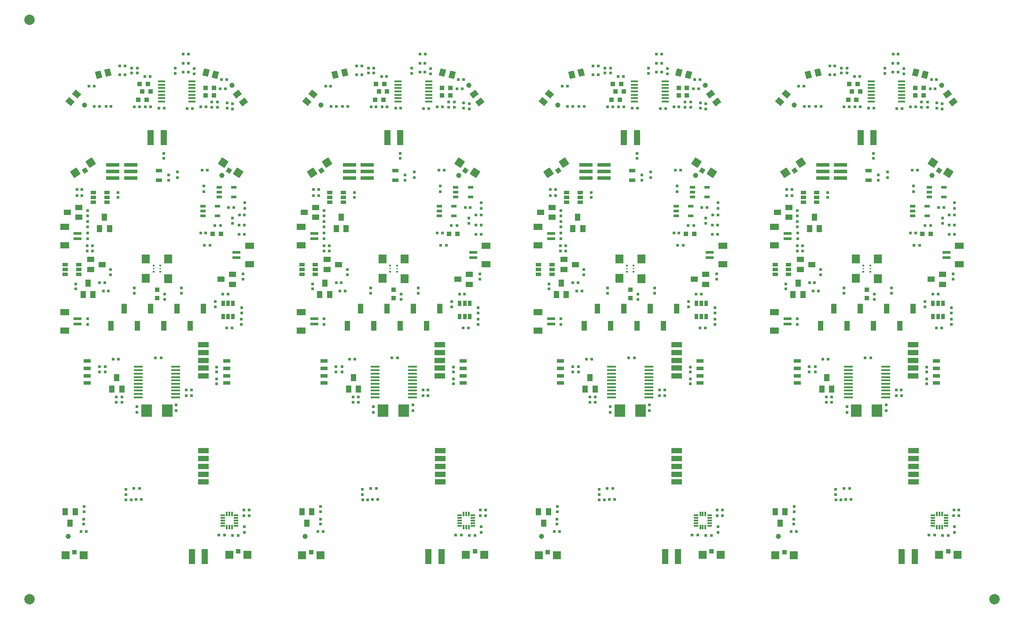
<source format=gtp>
G04*
G04 #@! TF.GenerationSoftware,Altium Limited,Altium Designer,18.0.9 (584)*
G04*
G04 Layer_Color=8421504*
%FSLAX44Y44*%
%MOMM*%
G71*
G01*
G75*
%ADD11C,2.0000*%
%ADD12R,2.0000X1.0190*%
%ADD13R,2.0000X2.4000*%
%ADD14R,0.9000X0.9000*%
%ADD15R,0.6000X0.6000*%
%ADD16R,0.6000X0.6000*%
%ADD17R,0.9000X0.9000*%
%ADD18P,2.1213X4X192.3*%
%ADD19P,1.2728X4X192.3*%
%ADD20P,1.2728X4X257.7*%
%ADD21P,2.1213X4X257.7*%
%ADD22R,1.2000X3.0000*%
%ADD23R,1.5000X1.7500*%
%ADD24R,1.5000X1.5000*%
%ADD25R,0.4000X0.4000*%
%ADD26R,0.4000X0.2000*%
%ADD27R,2.5500X0.7000*%
%ADD29R,1.0000X1.4000*%
%ADD30R,0.6000X0.5000*%
%ADD31R,1.3000X0.7000*%
%ADD32R,0.5000X0.6000*%
%ADD33R,1.1000X0.6000*%
%ADD34R,0.8130X0.3050*%
%ADD35R,0.3050X0.8130*%
%ADD36R,1.0000X0.7000*%
%ADD37R,0.7000X1.0000*%
%ADD38R,1.7500X0.4500*%
%ADD39R,1.4000X0.8000*%
%ADD40C,1.0000*%
%ADD41R,1.4000X1.0000*%
%ADD42R,1.5500X0.6000*%
%ADD43R,1.8000X1.2000*%
G04:AMPARAMS|DCode=51|XSize=1.1mm|YSize=1.4mm|CornerRadius=0mm|HoleSize=0mm|Usage=FLASHONLY|Rotation=165.000|XOffset=0mm|YOffset=0mm|HoleType=Round|Shape=Rectangle|*
%AMROTATEDRECTD51*
4,1,4,0.7124,0.5338,0.3501,-0.8185,-0.7124,-0.5338,-0.3501,0.8185,0.7124,0.5338,0.0*
%
%ADD51ROTATEDRECTD51*%

G04:AMPARAMS|DCode=52|XSize=1.1mm|YSize=1.4mm|CornerRadius=0mm|HoleSize=0mm|Usage=FLASHONLY|Rotation=127.000|XOffset=0mm|YOffset=0mm|HoleType=Round|Shape=Rectangle|*
%AMROTATEDRECTD52*
4,1,4,0.8900,-0.0180,-0.2281,-0.8605,-0.8900,0.0180,0.2281,0.8605,0.8900,-0.0180,0.0*
%
%ADD52ROTATEDRECTD52*%

G04:AMPARAMS|DCode=53|XSize=1.1mm|YSize=1.4mm|CornerRadius=0mm|HoleSize=0mm|Usage=FLASHONLY|Rotation=195.000|XOffset=0mm|YOffset=0mm|HoleType=Round|Shape=Rectangle|*
%AMROTATEDRECTD53*
4,1,4,0.3501,0.8185,0.7124,-0.5338,-0.3501,-0.8185,-0.7124,0.5338,0.3501,0.8185,0.0*
%
%ADD53ROTATEDRECTD53*%

G04:AMPARAMS|DCode=54|XSize=1.1mm|YSize=1.4mm|CornerRadius=0mm|HoleSize=0mm|Usage=FLASHONLY|Rotation=230.000|XOffset=0mm|YOffset=0mm|HoleType=Round|Shape=Rectangle|*
%AMROTATEDRECTD54*
4,1,4,-0.1827,0.8713,0.8898,-0.0286,0.1827,-0.8713,-0.8898,0.0286,-0.1827,0.8713,0.0*
%
%ADD54ROTATEDRECTD54*%

%ADD55R,1.4500X0.4500*%
%ADD88R,1.0000X1.9101*%
D11*
X70000Y70000D02*
D03*
Y1185250D02*
D03*
X1925430Y70000D02*
D03*
D12*
X403893Y559691D02*
D03*
Y544691D02*
D03*
Y529691D02*
D03*
Y514691D02*
D03*
Y499691D02*
D03*
X404501Y295489D02*
D03*
Y310489D02*
D03*
Y325489D02*
D03*
Y340489D02*
D03*
Y355489D02*
D03*
X859000Y559691D02*
D03*
Y544691D02*
D03*
Y529691D02*
D03*
Y514691D02*
D03*
Y499691D02*
D03*
X859608Y295489D02*
D03*
Y310489D02*
D03*
Y325489D02*
D03*
Y340489D02*
D03*
Y355489D02*
D03*
X1314107Y559691D02*
D03*
Y544691D02*
D03*
Y529691D02*
D03*
Y514691D02*
D03*
Y499691D02*
D03*
X1314716Y295489D02*
D03*
Y310489D02*
D03*
Y325489D02*
D03*
Y340489D02*
D03*
Y355489D02*
D03*
X1769215Y559691D02*
D03*
Y544691D02*
D03*
Y529691D02*
D03*
Y514691D02*
D03*
Y499691D02*
D03*
X1769823Y295489D02*
D03*
Y310489D02*
D03*
Y325489D02*
D03*
Y340489D02*
D03*
Y355489D02*
D03*
D13*
X294649Y432852D02*
D03*
X334649D02*
D03*
X749757D02*
D03*
X789757D02*
D03*
X1204864D02*
D03*
X1244864D02*
D03*
X1659972D02*
D03*
X1699972D02*
D03*
D14*
X314993Y665607D02*
D03*
Y649607D02*
D03*
X770100Y665607D02*
D03*
Y649607D02*
D03*
X1225207Y665607D02*
D03*
Y649607D02*
D03*
X1680315Y665607D02*
D03*
Y649607D02*
D03*
D15*
X276385Y429578D02*
D03*
Y440578D02*
D03*
X352077Y443548D02*
D03*
Y432548D02*
D03*
X354305Y892448D02*
D03*
Y881448D02*
D03*
X483395Y198249D02*
D03*
Y209249D02*
D03*
X181201Y610060D02*
D03*
Y599060D02*
D03*
X181551Y775200D02*
D03*
Y764200D02*
D03*
X404801Y865450D02*
D03*
Y854450D02*
D03*
X483751Y822250D02*
D03*
Y833250D02*
D03*
X731492Y429578D02*
D03*
Y440578D02*
D03*
X807184Y443548D02*
D03*
Y432548D02*
D03*
X809412Y892448D02*
D03*
Y881448D02*
D03*
X938502Y198249D02*
D03*
Y209249D02*
D03*
X636308Y610060D02*
D03*
Y599060D02*
D03*
X636658Y775200D02*
D03*
Y764200D02*
D03*
X859908Y865450D02*
D03*
Y854450D02*
D03*
X938858Y822250D02*
D03*
Y833250D02*
D03*
X1186600Y429578D02*
D03*
Y440578D02*
D03*
X1262292Y443548D02*
D03*
Y432548D02*
D03*
X1264520Y892448D02*
D03*
Y881448D02*
D03*
X1393609Y198249D02*
D03*
Y209249D02*
D03*
X1091416Y610060D02*
D03*
Y599060D02*
D03*
X1091766Y775200D02*
D03*
Y764200D02*
D03*
X1315016Y865450D02*
D03*
Y854450D02*
D03*
X1393966Y822250D02*
D03*
Y833250D02*
D03*
X1641707Y429578D02*
D03*
Y440578D02*
D03*
X1717399Y443548D02*
D03*
Y432548D02*
D03*
X1719627Y892448D02*
D03*
Y881448D02*
D03*
X1848717Y198249D02*
D03*
Y209249D02*
D03*
X1546523Y610060D02*
D03*
Y599060D02*
D03*
X1546873Y775200D02*
D03*
Y764200D02*
D03*
X1770123Y865450D02*
D03*
Y854450D02*
D03*
X1849073Y822250D02*
D03*
Y833250D02*
D03*
D16*
X471483Y192648D02*
D03*
X460483D02*
D03*
X437251Y789315D02*
D03*
X426250D02*
D03*
X434067Y193410D02*
D03*
X445067D02*
D03*
X416551Y751450D02*
D03*
X405551D02*
D03*
X322639Y534786D02*
D03*
X311639D02*
D03*
X281551Y282700D02*
D03*
X270551D02*
D03*
X926590Y192648D02*
D03*
X915590D02*
D03*
X892358Y789315D02*
D03*
X881358D02*
D03*
X889174Y193410D02*
D03*
X900174D02*
D03*
X871658Y751450D02*
D03*
X860658D02*
D03*
X777746Y534786D02*
D03*
X766746D02*
D03*
X736658Y282700D02*
D03*
X725658D02*
D03*
X1381698Y192648D02*
D03*
X1370698D02*
D03*
X1347465Y789315D02*
D03*
X1336465D02*
D03*
X1344282Y193410D02*
D03*
X1355282D02*
D03*
X1326766Y751450D02*
D03*
X1315766D02*
D03*
X1232854Y534786D02*
D03*
X1221854D02*
D03*
X1191766Y282700D02*
D03*
X1180766D02*
D03*
X1836805Y192648D02*
D03*
X1825805D02*
D03*
X1802573Y789315D02*
D03*
X1791573D02*
D03*
X1799389Y193410D02*
D03*
X1810389D02*
D03*
X1781873Y751450D02*
D03*
X1770873D02*
D03*
X1687961Y534786D02*
D03*
X1676961D02*
D03*
X1646873Y282700D02*
D03*
X1635873D02*
D03*
D17*
X421750Y773315D02*
D03*
X437751D02*
D03*
X156471Y160500D02*
D03*
X471431Y161750D02*
D03*
X876858Y773315D02*
D03*
X892858D02*
D03*
X611578Y160500D02*
D03*
X926538Y161750D02*
D03*
X1331965Y773315D02*
D03*
X1347965D02*
D03*
X1066686Y160500D02*
D03*
X1381646Y161750D02*
D03*
X1787073Y773315D02*
D03*
X1803073D02*
D03*
X1521793Y160500D02*
D03*
X1836753Y161750D02*
D03*
X302750Y1048000D02*
D03*
X286750D02*
D03*
X408250Y1054200D02*
D03*
X424250D02*
D03*
X297500Y1062250D02*
D03*
X281500D02*
D03*
X295250Y1031250D02*
D03*
X279250D02*
D03*
X408250Y1039950D02*
D03*
X424250D02*
D03*
X757749Y1048000D02*
D03*
X741749D02*
D03*
X863249Y1054200D02*
D03*
X879249D02*
D03*
X752499Y1062250D02*
D03*
X736499D02*
D03*
X750249Y1031250D02*
D03*
X734249D02*
D03*
X863249Y1039950D02*
D03*
X879249D02*
D03*
X1212748Y1048000D02*
D03*
X1196748D02*
D03*
X1318248Y1054200D02*
D03*
X1334248D02*
D03*
X1207498Y1062250D02*
D03*
X1191498D02*
D03*
X1205248Y1031250D02*
D03*
X1189248D02*
D03*
X1318248Y1039950D02*
D03*
X1334248D02*
D03*
X1667748Y1048000D02*
D03*
X1651748D02*
D03*
X1773247Y1054200D02*
D03*
X1789247D02*
D03*
X1662498Y1062250D02*
D03*
X1646498D02*
D03*
X1660248Y1031250D02*
D03*
X1644248D02*
D03*
X1773247Y1039950D02*
D03*
X1789247D02*
D03*
D18*
X471551Y891321D02*
D03*
X442085Y910209D02*
D03*
X926658Y891321D02*
D03*
X897192Y910209D02*
D03*
X1381766Y891321D02*
D03*
X1352300Y910209D02*
D03*
X1836873Y891321D02*
D03*
X1807407Y910209D02*
D03*
D19*
X453310Y895293D02*
D03*
X908418D02*
D03*
X1363525D02*
D03*
X1818632D02*
D03*
D20*
X176253Y895274D02*
D03*
X631360D02*
D03*
X1086468D02*
D03*
X1541575D02*
D03*
D21*
X158012Y891302D02*
D03*
X187478Y910190D02*
D03*
X613119Y891302D02*
D03*
X642586Y910190D02*
D03*
X1068227Y891302D02*
D03*
X1097693Y910190D02*
D03*
X1523334Y891302D02*
D03*
X1552800Y910190D02*
D03*
D22*
X407051Y152200D02*
D03*
X382051D02*
D03*
X302691Y958730D02*
D03*
X327691D02*
D03*
X862158Y152200D02*
D03*
X837158D02*
D03*
X757798Y958730D02*
D03*
X782798D02*
D03*
X1317266Y152200D02*
D03*
X1292266D02*
D03*
X1212906Y958730D02*
D03*
X1237906D02*
D03*
X1772373Y152200D02*
D03*
X1747373D02*
D03*
X1668013Y958730D02*
D03*
X1693013D02*
D03*
D23*
X336273Y724802D02*
D03*
Y687302D02*
D03*
X293773Y725052D02*
D03*
Y687552D02*
D03*
X791380Y724802D02*
D03*
Y687302D02*
D03*
X748880Y725052D02*
D03*
Y687552D02*
D03*
X1246488Y724802D02*
D03*
Y687302D02*
D03*
X1203988Y725052D02*
D03*
Y687552D02*
D03*
X1701595Y724802D02*
D03*
Y687302D02*
D03*
X1659095Y725052D02*
D03*
Y687552D02*
D03*
D24*
X138971Y154000D02*
D03*
X173971D02*
D03*
X488931Y155250D02*
D03*
X453931D02*
D03*
X594078Y154000D02*
D03*
X629078D02*
D03*
X944038Y155250D02*
D03*
X909038D02*
D03*
X1049186Y154000D02*
D03*
X1084186D02*
D03*
X1399146Y155250D02*
D03*
X1364146D02*
D03*
X1504293Y154000D02*
D03*
X1539293D02*
D03*
X1854253Y155250D02*
D03*
X1819253D02*
D03*
D25*
X321389Y700184D02*
D03*
Y712184D02*
D03*
X308389D02*
D03*
Y700184D02*
D03*
X776496D02*
D03*
Y712184D02*
D03*
X763496D02*
D03*
Y700184D02*
D03*
X1231604D02*
D03*
Y712184D02*
D03*
X1218604D02*
D03*
Y700184D02*
D03*
X1686711D02*
D03*
Y712184D02*
D03*
X1673711D02*
D03*
Y700184D02*
D03*
D26*
X321389Y706184D02*
D03*
X308389D02*
D03*
X776496D02*
D03*
X763496D02*
D03*
X1231604D02*
D03*
X1218604D02*
D03*
X1686711D02*
D03*
X1673711D02*
D03*
D27*
X264463Y906252D02*
D03*
Y893552D02*
D03*
Y880852D02*
D03*
X229963Y906252D02*
D03*
Y893552D02*
D03*
Y880852D02*
D03*
X719570Y906252D02*
D03*
Y893552D02*
D03*
Y880852D02*
D03*
X685070Y906252D02*
D03*
Y893552D02*
D03*
Y880852D02*
D03*
X1174678Y906252D02*
D03*
Y893552D02*
D03*
Y880852D02*
D03*
X1140178Y906252D02*
D03*
Y893552D02*
D03*
Y880852D02*
D03*
X1629785Y906252D02*
D03*
Y893552D02*
D03*
Y880852D02*
D03*
X1595285Y906252D02*
D03*
Y893552D02*
D03*
Y880852D02*
D03*
D29*
X138615Y237964D02*
D03*
X157615D02*
D03*
X148115Y215964D02*
D03*
X247301Y474450D02*
D03*
X228301D02*
D03*
X237801Y496450D02*
D03*
X192051Y656450D02*
D03*
X173051D02*
D03*
X182551Y678450D02*
D03*
X223551Y783700D02*
D03*
X204551D02*
D03*
X214051Y805700D02*
D03*
X593722Y237964D02*
D03*
X612722D02*
D03*
X603222Y215964D02*
D03*
X702408Y474450D02*
D03*
X683408D02*
D03*
X692908Y496450D02*
D03*
X647158Y656450D02*
D03*
X628158D02*
D03*
X637658Y678450D02*
D03*
X678658Y783700D02*
D03*
X659658D02*
D03*
X669158Y805700D02*
D03*
X1048830Y237964D02*
D03*
X1067830D02*
D03*
X1058330Y215964D02*
D03*
X1157516Y474450D02*
D03*
X1138516D02*
D03*
X1148016Y496450D02*
D03*
X1102266Y656450D02*
D03*
X1083266D02*
D03*
X1092766Y678450D02*
D03*
X1133766Y783700D02*
D03*
X1114766D02*
D03*
X1124266Y805700D02*
D03*
X1503937Y237964D02*
D03*
X1522937D02*
D03*
X1513437Y215964D02*
D03*
X1612623Y474450D02*
D03*
X1593623D02*
D03*
X1603123Y496450D02*
D03*
X1557373Y656450D02*
D03*
X1538373D02*
D03*
X1547873Y678450D02*
D03*
X1588873Y783700D02*
D03*
X1569873D02*
D03*
X1579373Y805700D02*
D03*
D30*
X329470Y647481D02*
D03*
Y657481D02*
D03*
X337033Y886354D02*
D03*
Y876354D02*
D03*
X362001Y659000D02*
D03*
Y669000D02*
D03*
X271251Y659000D02*
D03*
Y669000D02*
D03*
X327751Y918565D02*
D03*
Y928565D02*
D03*
X174091Y214152D02*
D03*
Y224152D02*
D03*
X174751Y248000D02*
D03*
Y238000D02*
D03*
X460095Y793874D02*
D03*
Y803874D02*
D03*
X204251Y507565D02*
D03*
Y517565D02*
D03*
X215751Y507565D02*
D03*
Y517565D02*
D03*
X237023Y449302D02*
D03*
Y459302D02*
D03*
X247273Y449302D02*
D03*
Y459302D02*
D03*
X430055Y507113D02*
D03*
Y517113D02*
D03*
X430051Y484200D02*
D03*
Y494200D02*
D03*
X239877Y853150D02*
D03*
Y843150D02*
D03*
X159037Y677039D02*
D03*
Y667039D02*
D03*
X225859Y704586D02*
D03*
Y694586D02*
D03*
X181051Y750200D02*
D03*
Y740200D02*
D03*
X191250Y750315D02*
D03*
Y740315D02*
D03*
X181500Y808315D02*
D03*
Y818315D02*
D03*
Y796815D02*
D03*
Y786815D02*
D03*
X480881Y686076D02*
D03*
Y696076D02*
D03*
X255075Y271548D02*
D03*
Y281548D02*
D03*
X477579Y620638D02*
D03*
Y630638D02*
D03*
X427051Y632700D02*
D03*
Y642700D02*
D03*
X477501Y609250D02*
D03*
Y599250D02*
D03*
X784578Y647481D02*
D03*
Y657481D02*
D03*
X792140Y886354D02*
D03*
Y876354D02*
D03*
X817108Y659000D02*
D03*
Y669000D02*
D03*
X726358Y659000D02*
D03*
Y669000D02*
D03*
X782858Y918565D02*
D03*
Y928565D02*
D03*
X629198Y214152D02*
D03*
Y224152D02*
D03*
X629858Y248000D02*
D03*
Y238000D02*
D03*
X915202Y793874D02*
D03*
Y803874D02*
D03*
X659358Y507565D02*
D03*
Y517565D02*
D03*
X670858Y507565D02*
D03*
Y517565D02*
D03*
X692130Y449302D02*
D03*
Y459302D02*
D03*
X702380Y449302D02*
D03*
Y459302D02*
D03*
X885162Y507113D02*
D03*
Y517113D02*
D03*
X885158Y484200D02*
D03*
Y494200D02*
D03*
X694984Y853150D02*
D03*
Y843150D02*
D03*
X614144Y677039D02*
D03*
Y667039D02*
D03*
X680966Y704586D02*
D03*
Y694586D02*
D03*
X636158Y750200D02*
D03*
Y740200D02*
D03*
X646358Y750315D02*
D03*
Y740315D02*
D03*
X636608Y808315D02*
D03*
Y818315D02*
D03*
Y796815D02*
D03*
Y786815D02*
D03*
X935988Y686076D02*
D03*
Y696076D02*
D03*
X710182Y271548D02*
D03*
Y281548D02*
D03*
X932686Y620638D02*
D03*
Y630638D02*
D03*
X882158Y632700D02*
D03*
Y642700D02*
D03*
X932608Y609250D02*
D03*
Y599250D02*
D03*
X1239685Y647481D02*
D03*
Y657481D02*
D03*
X1247248Y886354D02*
D03*
Y876354D02*
D03*
X1272216Y659000D02*
D03*
Y669000D02*
D03*
X1181466Y659000D02*
D03*
Y669000D02*
D03*
X1237965Y918565D02*
D03*
Y928565D02*
D03*
X1084306Y214152D02*
D03*
Y224152D02*
D03*
X1084966Y248000D02*
D03*
Y238000D02*
D03*
X1370310Y793874D02*
D03*
Y803874D02*
D03*
X1114465Y507565D02*
D03*
Y517565D02*
D03*
X1125965Y507565D02*
D03*
Y517565D02*
D03*
X1147238Y449302D02*
D03*
Y459302D02*
D03*
X1157488Y449302D02*
D03*
Y459302D02*
D03*
X1340269Y507113D02*
D03*
Y517113D02*
D03*
X1340266Y484200D02*
D03*
Y494200D02*
D03*
X1150092Y853150D02*
D03*
Y843150D02*
D03*
X1069251Y677039D02*
D03*
Y667039D02*
D03*
X1136074Y704586D02*
D03*
Y694586D02*
D03*
X1091266Y750200D02*
D03*
Y740200D02*
D03*
X1101465Y750315D02*
D03*
Y740315D02*
D03*
X1091715Y808315D02*
D03*
Y818315D02*
D03*
Y796815D02*
D03*
Y786815D02*
D03*
X1391096Y686076D02*
D03*
Y696076D02*
D03*
X1165290Y271548D02*
D03*
Y281548D02*
D03*
X1387794Y620638D02*
D03*
Y630638D02*
D03*
X1337266Y632700D02*
D03*
Y642700D02*
D03*
X1387716Y609250D02*
D03*
Y599250D02*
D03*
X1694793Y647481D02*
D03*
Y657481D02*
D03*
X1702355Y886354D02*
D03*
Y876354D02*
D03*
X1727323Y659000D02*
D03*
Y669000D02*
D03*
X1636573Y659000D02*
D03*
Y669000D02*
D03*
X1693073Y918565D02*
D03*
Y928565D02*
D03*
X1539413Y214152D02*
D03*
Y224152D02*
D03*
X1540073Y248000D02*
D03*
Y238000D02*
D03*
X1825417Y793874D02*
D03*
Y803874D02*
D03*
X1569573Y507565D02*
D03*
Y517565D02*
D03*
X1581073Y507565D02*
D03*
Y517565D02*
D03*
X1602345Y449302D02*
D03*
Y459302D02*
D03*
X1612595Y449302D02*
D03*
Y459302D02*
D03*
X1795377Y507113D02*
D03*
Y517113D02*
D03*
X1795373Y484200D02*
D03*
Y494200D02*
D03*
X1605199Y853150D02*
D03*
Y843150D02*
D03*
X1524359Y677039D02*
D03*
Y667039D02*
D03*
X1591181Y704586D02*
D03*
Y694586D02*
D03*
X1546373Y750200D02*
D03*
Y740200D02*
D03*
X1556573Y750315D02*
D03*
Y740315D02*
D03*
X1546823Y808315D02*
D03*
Y818315D02*
D03*
Y796815D02*
D03*
Y786815D02*
D03*
X1846203Y686076D02*
D03*
Y696076D02*
D03*
X1620397Y271548D02*
D03*
Y281548D02*
D03*
X1842901Y620638D02*
D03*
Y630638D02*
D03*
X1792373Y632700D02*
D03*
Y642700D02*
D03*
X1842823Y609250D02*
D03*
Y599250D02*
D03*
X460250Y1013500D02*
D03*
Y1023500D02*
D03*
X449750Y1015250D02*
D03*
Y1025250D02*
D03*
X431750Y1027000D02*
D03*
Y1017000D02*
D03*
X420500Y1027000D02*
D03*
Y1017000D02*
D03*
X277250Y1092750D02*
D03*
Y1082750D02*
D03*
X386500Y1091500D02*
D03*
Y1081500D02*
D03*
X266500Y1092750D02*
D03*
Y1082750D02*
D03*
X350000Y1092500D02*
D03*
Y1082500D02*
D03*
X915249Y1013500D02*
D03*
Y1023500D02*
D03*
X904749Y1015250D02*
D03*
Y1025250D02*
D03*
X886749Y1027000D02*
D03*
Y1017000D02*
D03*
X875499Y1027000D02*
D03*
Y1017000D02*
D03*
X732249Y1092750D02*
D03*
Y1082750D02*
D03*
X841499Y1091500D02*
D03*
Y1081500D02*
D03*
X721499Y1092750D02*
D03*
Y1082750D02*
D03*
X804999Y1092500D02*
D03*
Y1082500D02*
D03*
X1370248Y1013500D02*
D03*
Y1023500D02*
D03*
X1359748Y1015250D02*
D03*
Y1025250D02*
D03*
X1341748Y1027000D02*
D03*
Y1017000D02*
D03*
X1330498Y1027000D02*
D03*
Y1017000D02*
D03*
X1187248Y1092750D02*
D03*
Y1082750D02*
D03*
X1296498Y1091500D02*
D03*
Y1081500D02*
D03*
X1176498Y1092750D02*
D03*
Y1082750D02*
D03*
X1259998Y1092500D02*
D03*
Y1082500D02*
D03*
X1825248Y1013500D02*
D03*
Y1023500D02*
D03*
X1814748Y1015250D02*
D03*
Y1025250D02*
D03*
X1796748Y1027000D02*
D03*
Y1017000D02*
D03*
X1785498Y1027000D02*
D03*
Y1017000D02*
D03*
X1642248Y1092750D02*
D03*
Y1082750D02*
D03*
X1751498Y1091500D02*
D03*
Y1081500D02*
D03*
X1631498Y1092750D02*
D03*
Y1082750D02*
D03*
X1714998Y1092500D02*
D03*
Y1082500D02*
D03*
D31*
X318551Y876450D02*
D03*
Y895450D02*
D03*
X773658Y876450D02*
D03*
Y895450D02*
D03*
X1228766Y876450D02*
D03*
Y895450D02*
D03*
X1683873Y876450D02*
D03*
Y895450D02*
D03*
D32*
X169171Y199768D02*
D03*
X179171D02*
D03*
X371381Y461836D02*
D03*
X381381D02*
D03*
X371287Y472504D02*
D03*
X381287D02*
D03*
X483395Y809373D02*
D03*
X473395D02*
D03*
X482057Y230240D02*
D03*
X492057D02*
D03*
X482124Y241937D02*
D03*
X492124D02*
D03*
X398801Y774700D02*
D03*
X408801D02*
D03*
X483140Y790577D02*
D03*
X473140D02*
D03*
X230501Y531815D02*
D03*
X240501D02*
D03*
X211801Y662950D02*
D03*
X221801D02*
D03*
X161000Y858565D02*
D03*
X171000D02*
D03*
Y847065D02*
D03*
X161000D02*
D03*
X214501Y679315D02*
D03*
X204501D02*
D03*
X462660Y824359D02*
D03*
X452660D02*
D03*
X412051Y895950D02*
D03*
X402051D02*
D03*
X441645Y657481D02*
D03*
X451645D02*
D03*
X483140Y772035D02*
D03*
X473140D02*
D03*
X284627Y261516D02*
D03*
X274627D02*
D03*
X255329Y261482D02*
D03*
X265329D02*
D03*
X459011Y591949D02*
D03*
X449011D02*
D03*
X624278Y199768D02*
D03*
X634278D02*
D03*
X826488Y461836D02*
D03*
X836488D02*
D03*
X826394Y472504D02*
D03*
X836394D02*
D03*
X938502Y809373D02*
D03*
X928502D02*
D03*
X937164Y230240D02*
D03*
X947164D02*
D03*
X937232Y241937D02*
D03*
X947232D02*
D03*
X853908Y774700D02*
D03*
X863908D02*
D03*
X938248Y790577D02*
D03*
X928248D02*
D03*
X685608Y531815D02*
D03*
X695608D02*
D03*
X666908Y662950D02*
D03*
X676908D02*
D03*
X616108Y858565D02*
D03*
X626108D02*
D03*
Y847065D02*
D03*
X616108D02*
D03*
X669608Y679315D02*
D03*
X659608D02*
D03*
X917768Y824359D02*
D03*
X907768D02*
D03*
X867158Y895950D02*
D03*
X857158D02*
D03*
X896752Y657481D02*
D03*
X906752D02*
D03*
X938248Y772035D02*
D03*
X928248D02*
D03*
X739734Y261516D02*
D03*
X729734D02*
D03*
X710436Y261482D02*
D03*
X720436D02*
D03*
X914118Y591949D02*
D03*
X904118D02*
D03*
X1079386Y199768D02*
D03*
X1089386D02*
D03*
X1281596Y461836D02*
D03*
X1291596D02*
D03*
X1281502Y472504D02*
D03*
X1291502D02*
D03*
X1393609Y809373D02*
D03*
X1383609D02*
D03*
X1392272Y230240D02*
D03*
X1402272D02*
D03*
X1392339Y241937D02*
D03*
X1402339D02*
D03*
X1309016Y774700D02*
D03*
X1319016D02*
D03*
X1393355Y790577D02*
D03*
X1383355D02*
D03*
X1140715Y531815D02*
D03*
X1150715D02*
D03*
X1122016Y662950D02*
D03*
X1132016D02*
D03*
X1071215Y858565D02*
D03*
X1081215D02*
D03*
Y847065D02*
D03*
X1071215D02*
D03*
X1124715Y679315D02*
D03*
X1114715D02*
D03*
X1372875Y824359D02*
D03*
X1362875D02*
D03*
X1322266Y895950D02*
D03*
X1312266D02*
D03*
X1351859Y657481D02*
D03*
X1361859D02*
D03*
X1393355Y772035D02*
D03*
X1383355D02*
D03*
X1194842Y261516D02*
D03*
X1184842D02*
D03*
X1165544Y261482D02*
D03*
X1175544D02*
D03*
X1369225Y591949D02*
D03*
X1359225D02*
D03*
X1534493Y199768D02*
D03*
X1544493D02*
D03*
X1736703Y461836D02*
D03*
X1746703D02*
D03*
X1736609Y472504D02*
D03*
X1746609D02*
D03*
X1848717Y809373D02*
D03*
X1838717D02*
D03*
X1847379Y230240D02*
D03*
X1857379D02*
D03*
X1847447Y241937D02*
D03*
X1857447D02*
D03*
X1764123Y774700D02*
D03*
X1774123D02*
D03*
X1848463Y790577D02*
D03*
X1838463D02*
D03*
X1595823Y531815D02*
D03*
X1605823D02*
D03*
X1577123Y662950D02*
D03*
X1587123D02*
D03*
X1526323Y858565D02*
D03*
X1536323D02*
D03*
Y847065D02*
D03*
X1526323D02*
D03*
X1579823Y679315D02*
D03*
X1569823D02*
D03*
X1827983Y824359D02*
D03*
X1817983D02*
D03*
X1777373Y895950D02*
D03*
X1767373D02*
D03*
X1806967Y657481D02*
D03*
X1816967D02*
D03*
X1848463Y772035D02*
D03*
X1838463D02*
D03*
X1649949Y261516D02*
D03*
X1639949D02*
D03*
X1620651Y261482D02*
D03*
X1630651D02*
D03*
X1824333Y591949D02*
D03*
X1814333D02*
D03*
X409000Y1018000D02*
D03*
X399000D02*
D03*
X365692Y1119994D02*
D03*
X375692D02*
D03*
X375500Y1085000D02*
D03*
X365500D02*
D03*
Y1102000D02*
D03*
X375500D02*
D03*
X446749Y1052750D02*
D03*
X436749D02*
D03*
X449249Y1070250D02*
D03*
X439249D02*
D03*
X216750Y1018750D02*
D03*
X226750D02*
D03*
X373000Y1014500D02*
D03*
X383000D02*
D03*
X328862Y1015092D02*
D03*
X318862D02*
D03*
X291750Y1076250D02*
D03*
X301750D02*
D03*
X292750Y1018250D02*
D03*
X302750D02*
D03*
X271500D02*
D03*
X281500D02*
D03*
X243750Y1096750D02*
D03*
X253750D02*
D03*
X194656Y1018902D02*
D03*
X204656D02*
D03*
X243750Y1079750D02*
D03*
X253750D02*
D03*
X184250Y1057500D02*
D03*
X194250D02*
D03*
X863999Y1018000D02*
D03*
X853999D02*
D03*
X820691Y1119994D02*
D03*
X830691D02*
D03*
X830499Y1085000D02*
D03*
X820499D02*
D03*
Y1102000D02*
D03*
X830499D02*
D03*
X901748Y1052750D02*
D03*
X891748D02*
D03*
X904248Y1070250D02*
D03*
X894248D02*
D03*
X671749Y1018750D02*
D03*
X681749D02*
D03*
X827999Y1014500D02*
D03*
X837999D02*
D03*
X783861Y1015092D02*
D03*
X773861D02*
D03*
X746749Y1076250D02*
D03*
X756749D02*
D03*
X747749Y1018250D02*
D03*
X757749D02*
D03*
X726499D02*
D03*
X736499D02*
D03*
X698749Y1096750D02*
D03*
X708749D02*
D03*
X649655Y1018902D02*
D03*
X659655D02*
D03*
X698749Y1079750D02*
D03*
X708749D02*
D03*
X639249Y1057500D02*
D03*
X649249D02*
D03*
X1318998Y1018000D02*
D03*
X1308998D02*
D03*
X1275690Y1119994D02*
D03*
X1285690D02*
D03*
X1285498Y1085000D02*
D03*
X1275498D02*
D03*
Y1102000D02*
D03*
X1285498D02*
D03*
X1356748Y1052750D02*
D03*
X1346748D02*
D03*
X1359248Y1070250D02*
D03*
X1349248D02*
D03*
X1126748Y1018750D02*
D03*
X1136748D02*
D03*
X1282998Y1014500D02*
D03*
X1292998D02*
D03*
X1238860Y1015092D02*
D03*
X1228860D02*
D03*
X1201748Y1076250D02*
D03*
X1211748D02*
D03*
X1202748Y1018250D02*
D03*
X1212748D02*
D03*
X1181498D02*
D03*
X1191498D02*
D03*
X1153748Y1096750D02*
D03*
X1163748D02*
D03*
X1104654Y1018902D02*
D03*
X1114654D02*
D03*
X1153748Y1079750D02*
D03*
X1163748D02*
D03*
X1094248Y1057500D02*
D03*
X1104248D02*
D03*
X1773998Y1018000D02*
D03*
X1763998D02*
D03*
X1730689Y1119994D02*
D03*
X1740689D02*
D03*
X1740498Y1085000D02*
D03*
X1730498D02*
D03*
Y1102000D02*
D03*
X1740498D02*
D03*
X1811747Y1052750D02*
D03*
X1801747D02*
D03*
X1814247Y1070250D02*
D03*
X1804247D02*
D03*
X1581748Y1018750D02*
D03*
X1591748D02*
D03*
X1737998Y1014500D02*
D03*
X1747998D02*
D03*
X1693859Y1015092D02*
D03*
X1683859D02*
D03*
X1656748Y1076250D02*
D03*
X1666748D02*
D03*
X1657748Y1018250D02*
D03*
X1667748D02*
D03*
X1636498D02*
D03*
X1646498D02*
D03*
X1608748Y1096750D02*
D03*
X1618748D02*
D03*
X1559653Y1018902D02*
D03*
X1569653D02*
D03*
X1608748Y1079750D02*
D03*
X1618748D02*
D03*
X1549248Y1057500D02*
D03*
X1559248D02*
D03*
D33*
X403051Y826700D02*
D03*
Y817200D02*
D03*
Y807700D02*
D03*
X431051D02*
D03*
Y826700D02*
D03*
X434695Y863064D02*
D03*
Y853564D02*
D03*
Y844064D02*
D03*
X462695D02*
D03*
Y863064D02*
D03*
X858158Y826700D02*
D03*
Y817200D02*
D03*
Y807700D02*
D03*
X886158D02*
D03*
Y826700D02*
D03*
X889802Y863064D02*
D03*
Y853564D02*
D03*
Y844064D02*
D03*
X917802D02*
D03*
Y863064D02*
D03*
X1313266Y826700D02*
D03*
Y817200D02*
D03*
Y807700D02*
D03*
X1341266D02*
D03*
Y826700D02*
D03*
X1344910Y863064D02*
D03*
Y853564D02*
D03*
Y844064D02*
D03*
X1372910D02*
D03*
Y863064D02*
D03*
X1768373Y826700D02*
D03*
Y817200D02*
D03*
Y807700D02*
D03*
X1796373D02*
D03*
Y826700D02*
D03*
X1800017Y863064D02*
D03*
Y853564D02*
D03*
Y844064D02*
D03*
X1828017D02*
D03*
Y863064D02*
D03*
D34*
X467303Y221452D02*
D03*
Y226452D02*
D03*
Y231452D02*
D03*
Y216452D02*
D03*
Y211452D02*
D03*
X441803Y221452D02*
D03*
Y216452D02*
D03*
Y211452D02*
D03*
Y226452D02*
D03*
Y231452D02*
D03*
X922410Y221452D02*
D03*
Y226452D02*
D03*
Y231452D02*
D03*
Y216452D02*
D03*
Y211452D02*
D03*
X896910Y221452D02*
D03*
Y216452D02*
D03*
Y211452D02*
D03*
Y226452D02*
D03*
Y231452D02*
D03*
X1377518Y221452D02*
D03*
Y226452D02*
D03*
Y231452D02*
D03*
Y216452D02*
D03*
Y211452D02*
D03*
X1352018Y221452D02*
D03*
Y216452D02*
D03*
Y211452D02*
D03*
Y226452D02*
D03*
Y231452D02*
D03*
X1832625Y221452D02*
D03*
Y226452D02*
D03*
Y231452D02*
D03*
Y216452D02*
D03*
Y211452D02*
D03*
X1807125Y221452D02*
D03*
Y216452D02*
D03*
Y211452D02*
D03*
Y226452D02*
D03*
Y231452D02*
D03*
D35*
X454553Y208702D02*
D03*
X459553D02*
D03*
X449553D02*
D03*
Y234202D02*
D03*
X459553D02*
D03*
X454553D02*
D03*
X909660Y208702D02*
D03*
X914660D02*
D03*
X904660D02*
D03*
Y234202D02*
D03*
X914660D02*
D03*
X909660D02*
D03*
X1364768Y208702D02*
D03*
X1369768D02*
D03*
X1359768D02*
D03*
Y234202D02*
D03*
X1369768D02*
D03*
X1364768D02*
D03*
X1819875Y208702D02*
D03*
X1824875D02*
D03*
X1814875D02*
D03*
Y234202D02*
D03*
X1824875D02*
D03*
X1819875D02*
D03*
D36*
X218541Y834158D02*
D03*
Y843658D02*
D03*
Y853158D02*
D03*
X192541Y843658D02*
D03*
Y853158D02*
D03*
Y834158D02*
D03*
X138391Y695348D02*
D03*
Y714348D02*
D03*
Y704848D02*
D03*
X164391Y714348D02*
D03*
Y704848D02*
D03*
Y695348D02*
D03*
X673648Y834158D02*
D03*
Y843658D02*
D03*
Y853158D02*
D03*
X647648Y843658D02*
D03*
Y853158D02*
D03*
Y834158D02*
D03*
X593498Y695348D02*
D03*
Y714348D02*
D03*
Y704848D02*
D03*
X619498Y714348D02*
D03*
Y704848D02*
D03*
Y695348D02*
D03*
X1128756Y834158D02*
D03*
Y843658D02*
D03*
Y853158D02*
D03*
X1102756Y843658D02*
D03*
Y853158D02*
D03*
Y834158D02*
D03*
X1048606Y695348D02*
D03*
Y714348D02*
D03*
Y704848D02*
D03*
X1074606Y714348D02*
D03*
Y704848D02*
D03*
Y695348D02*
D03*
X1583863Y834158D02*
D03*
Y843658D02*
D03*
Y853158D02*
D03*
X1557863Y843658D02*
D03*
Y853158D02*
D03*
Y834158D02*
D03*
X1503713Y695348D02*
D03*
Y714348D02*
D03*
Y704848D02*
D03*
X1529713Y714348D02*
D03*
Y704848D02*
D03*
Y695348D02*
D03*
D37*
X461213Y639696D02*
D03*
X451713D02*
D03*
X442213D02*
D03*
X451713Y613696D02*
D03*
X442213D02*
D03*
X461213D02*
D03*
X916320Y639696D02*
D03*
X906820D02*
D03*
X897320D02*
D03*
X906820Y613696D02*
D03*
X897320D02*
D03*
X916320D02*
D03*
X1371428Y639696D02*
D03*
X1361928D02*
D03*
X1352428D02*
D03*
X1361928Y613696D02*
D03*
X1352428D02*
D03*
X1371428D02*
D03*
X1826535Y639696D02*
D03*
X1817035D02*
D03*
X1807535D02*
D03*
X1817035Y613696D02*
D03*
X1807535D02*
D03*
X1826535D02*
D03*
D38*
X351129Y517198D02*
D03*
Y510698D02*
D03*
Y504198D02*
D03*
Y497698D02*
D03*
Y491198D02*
D03*
Y484698D02*
D03*
Y458698D02*
D03*
Y465198D02*
D03*
Y471698D02*
D03*
Y478198D02*
D03*
X279129D02*
D03*
Y471698D02*
D03*
Y465198D02*
D03*
Y458698D02*
D03*
Y484698D02*
D03*
Y491198D02*
D03*
Y497698D02*
D03*
Y504198D02*
D03*
Y510698D02*
D03*
Y517198D02*
D03*
X806236D02*
D03*
Y510698D02*
D03*
Y504198D02*
D03*
Y497698D02*
D03*
Y491198D02*
D03*
Y484698D02*
D03*
Y458698D02*
D03*
Y465198D02*
D03*
Y471698D02*
D03*
Y478198D02*
D03*
X734236D02*
D03*
Y471698D02*
D03*
Y465198D02*
D03*
Y458698D02*
D03*
Y484698D02*
D03*
Y491198D02*
D03*
Y497698D02*
D03*
Y504198D02*
D03*
Y510698D02*
D03*
Y517198D02*
D03*
X1261344D02*
D03*
Y510698D02*
D03*
Y504198D02*
D03*
Y497698D02*
D03*
Y491198D02*
D03*
Y484698D02*
D03*
Y458698D02*
D03*
Y465198D02*
D03*
Y471698D02*
D03*
Y478198D02*
D03*
X1189344D02*
D03*
Y471698D02*
D03*
Y465198D02*
D03*
Y458698D02*
D03*
Y484698D02*
D03*
Y491198D02*
D03*
Y497698D02*
D03*
Y504198D02*
D03*
Y510698D02*
D03*
Y517198D02*
D03*
X1716451D02*
D03*
Y510698D02*
D03*
Y504198D02*
D03*
Y497698D02*
D03*
Y491198D02*
D03*
Y484698D02*
D03*
Y458698D02*
D03*
Y465198D02*
D03*
Y471698D02*
D03*
Y478198D02*
D03*
X1644451D02*
D03*
Y471698D02*
D03*
Y465198D02*
D03*
Y458698D02*
D03*
Y484698D02*
D03*
Y491198D02*
D03*
Y497698D02*
D03*
Y504198D02*
D03*
Y510698D02*
D03*
Y517198D02*
D03*
D39*
X181051Y486200D02*
D03*
Y500200D02*
D03*
Y514200D02*
D03*
Y528200D02*
D03*
X449051Y486200D02*
D03*
Y500200D02*
D03*
Y514200D02*
D03*
Y528200D02*
D03*
X636158Y486200D02*
D03*
Y500200D02*
D03*
Y514200D02*
D03*
Y528200D02*
D03*
X904158Y486200D02*
D03*
Y500200D02*
D03*
Y514200D02*
D03*
Y528200D02*
D03*
X1091266Y486200D02*
D03*
Y500200D02*
D03*
Y514200D02*
D03*
Y528200D02*
D03*
X1359266Y486200D02*
D03*
Y500200D02*
D03*
Y514200D02*
D03*
Y528200D02*
D03*
X1546373Y486200D02*
D03*
Y500200D02*
D03*
Y514200D02*
D03*
Y528200D02*
D03*
X1814373Y486200D02*
D03*
Y500200D02*
D03*
Y514200D02*
D03*
Y528200D02*
D03*
D40*
X144523Y191052D02*
D03*
X440241Y885560D02*
D03*
X599630Y191052D02*
D03*
X895348Y885560D02*
D03*
X1054738Y191052D02*
D03*
X1350456Y885560D02*
D03*
X1509845Y191052D02*
D03*
X1805563Y885560D02*
D03*
X459499Y1059500D02*
D03*
X175499Y1021000D02*
D03*
X914498Y1059500D02*
D03*
X630498Y1021000D02*
D03*
X1369498Y1059500D02*
D03*
X1085498Y1021000D02*
D03*
X1824497Y1059500D02*
D03*
X1540497Y1021000D02*
D03*
D41*
X187349Y704898D02*
D03*
Y723898D02*
D03*
X209349Y714398D02*
D03*
X165001Y824500D02*
D03*
Y805500D02*
D03*
X143001Y815000D02*
D03*
X460307Y695264D02*
D03*
Y676264D02*
D03*
X438307Y685764D02*
D03*
X642456Y704898D02*
D03*
Y723898D02*
D03*
X664456Y714398D02*
D03*
X620108Y824500D02*
D03*
Y805500D02*
D03*
X598108Y815000D02*
D03*
X915414Y695264D02*
D03*
Y676264D02*
D03*
X893414Y685764D02*
D03*
X1097564Y704898D02*
D03*
Y723898D02*
D03*
X1119564Y714398D02*
D03*
X1075216Y824500D02*
D03*
Y805500D02*
D03*
X1053216Y815000D02*
D03*
X1370522Y695264D02*
D03*
Y676264D02*
D03*
X1348522Y685764D02*
D03*
X1552671Y704898D02*
D03*
Y723898D02*
D03*
X1574671Y714398D02*
D03*
X1530323Y824500D02*
D03*
Y805500D02*
D03*
X1508323Y815000D02*
D03*
X1825629Y695264D02*
D03*
Y676264D02*
D03*
X1803629Y685764D02*
D03*
D42*
X162511Y609610D02*
D03*
Y599610D02*
D03*
Y774200D02*
D03*
Y764200D02*
D03*
X467801Y727450D02*
D03*
Y737450D02*
D03*
X617618Y609610D02*
D03*
Y599610D02*
D03*
Y774200D02*
D03*
Y764200D02*
D03*
X922908Y727450D02*
D03*
Y737450D02*
D03*
X1072726Y609610D02*
D03*
Y599610D02*
D03*
Y774200D02*
D03*
Y764200D02*
D03*
X1378016Y727450D02*
D03*
Y737450D02*
D03*
X1527833Y609610D02*
D03*
Y599610D02*
D03*
Y774200D02*
D03*
Y764200D02*
D03*
X1833123Y727450D02*
D03*
Y737450D02*
D03*
D43*
X137261Y622610D02*
D03*
Y586610D02*
D03*
Y787200D02*
D03*
Y751200D02*
D03*
X493051Y714450D02*
D03*
Y750450D02*
D03*
X592368Y622610D02*
D03*
Y586610D02*
D03*
Y787200D02*
D03*
Y751200D02*
D03*
X948158Y714450D02*
D03*
Y750450D02*
D03*
X1047476Y622610D02*
D03*
Y586610D02*
D03*
Y787200D02*
D03*
Y751200D02*
D03*
X1403266Y714450D02*
D03*
Y750450D02*
D03*
X1502583Y622610D02*
D03*
Y586610D02*
D03*
Y787200D02*
D03*
Y751200D02*
D03*
X1858373Y714450D02*
D03*
Y750450D02*
D03*
D51*
X427370Y1079390D02*
D03*
X409017Y1084307D02*
D03*
X882369Y1079390D02*
D03*
X864016Y1084307D02*
D03*
X1337368Y1079390D02*
D03*
X1319016Y1084307D02*
D03*
X1792367Y1079390D02*
D03*
X1774015Y1084307D02*
D03*
D52*
X469755Y1042344D02*
D03*
X481190Y1027170D02*
D03*
X924754Y1042344D02*
D03*
X936189Y1027170D02*
D03*
X1379754Y1042344D02*
D03*
X1391188Y1027170D02*
D03*
X1834753Y1042344D02*
D03*
X1846187Y1027170D02*
D03*
D53*
X220870Y1084310D02*
D03*
X202517Y1079392D02*
D03*
X675869Y1084310D02*
D03*
X657516Y1079392D02*
D03*
X1130868Y1084310D02*
D03*
X1112515Y1079392D02*
D03*
X1585867Y1084310D02*
D03*
X1567515Y1079392D02*
D03*
D54*
X147877Y1027785D02*
D03*
X160090Y1042340D02*
D03*
X602876Y1027785D02*
D03*
X615089Y1042340D02*
D03*
X1057875Y1027785D02*
D03*
X1070088Y1042340D02*
D03*
X1512874Y1027785D02*
D03*
X1525087Y1042340D02*
D03*
D55*
X382500Y1028200D02*
D03*
Y1034700D02*
D03*
Y1041200D02*
D03*
Y1047700D02*
D03*
Y1054200D02*
D03*
Y1060700D02*
D03*
Y1067200D02*
D03*
X323500Y1028200D02*
D03*
Y1034700D02*
D03*
Y1041200D02*
D03*
Y1047700D02*
D03*
Y1054200D02*
D03*
Y1060700D02*
D03*
Y1067200D02*
D03*
X837499Y1028200D02*
D03*
Y1034700D02*
D03*
Y1041200D02*
D03*
Y1047700D02*
D03*
Y1054200D02*
D03*
Y1060700D02*
D03*
Y1067200D02*
D03*
X778499Y1028200D02*
D03*
Y1034700D02*
D03*
Y1041200D02*
D03*
Y1047700D02*
D03*
Y1054200D02*
D03*
Y1060700D02*
D03*
Y1067200D02*
D03*
X1292498Y1028200D02*
D03*
Y1034700D02*
D03*
Y1041200D02*
D03*
Y1047700D02*
D03*
Y1054200D02*
D03*
Y1060700D02*
D03*
Y1067200D02*
D03*
X1233498Y1028200D02*
D03*
Y1034700D02*
D03*
Y1041200D02*
D03*
Y1047700D02*
D03*
Y1054200D02*
D03*
Y1060700D02*
D03*
Y1067200D02*
D03*
X1747497Y1028200D02*
D03*
Y1034700D02*
D03*
Y1041200D02*
D03*
Y1047700D02*
D03*
Y1054200D02*
D03*
Y1060700D02*
D03*
Y1067200D02*
D03*
X1688497Y1028200D02*
D03*
Y1034700D02*
D03*
Y1041200D02*
D03*
Y1047700D02*
D03*
Y1054200D02*
D03*
Y1060700D02*
D03*
Y1067200D02*
D03*
D88*
X226153Y596452D02*
D03*
X251553Y629352D02*
D03*
X276953Y596452D02*
D03*
X302353Y629352D02*
D03*
X327753Y596452D02*
D03*
X353153Y629352D02*
D03*
X378553Y596452D02*
D03*
X403953Y629352D02*
D03*
X681260Y596452D02*
D03*
X706660Y629352D02*
D03*
X732060Y596452D02*
D03*
X757460Y629352D02*
D03*
X782860Y596452D02*
D03*
X808260Y629352D02*
D03*
X833660Y596452D02*
D03*
X859060Y629352D02*
D03*
X1136368Y596452D02*
D03*
X1161768Y629352D02*
D03*
X1187168Y596452D02*
D03*
X1212568Y629352D02*
D03*
X1237968Y596452D02*
D03*
X1263368Y629352D02*
D03*
X1288768Y596452D02*
D03*
X1314168Y629352D02*
D03*
X1591475Y596452D02*
D03*
X1616875Y629352D02*
D03*
X1642275Y596452D02*
D03*
X1667675Y629352D02*
D03*
X1693075Y596452D02*
D03*
X1718475Y629352D02*
D03*
X1743875Y596452D02*
D03*
X1769275Y629352D02*
D03*
M02*

</source>
